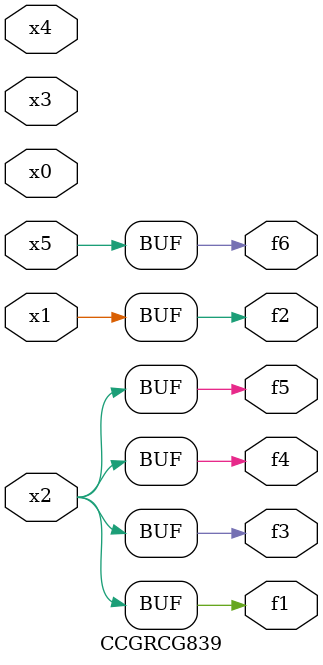
<source format=v>
module CCGRCG839(
	input x0, x1, x2, x3, x4, x5,
	output f1, f2, f3, f4, f5, f6
);
	assign f1 = x2;
	assign f2 = x1;
	assign f3 = x2;
	assign f4 = x2;
	assign f5 = x2;
	assign f6 = x5;
endmodule

</source>
